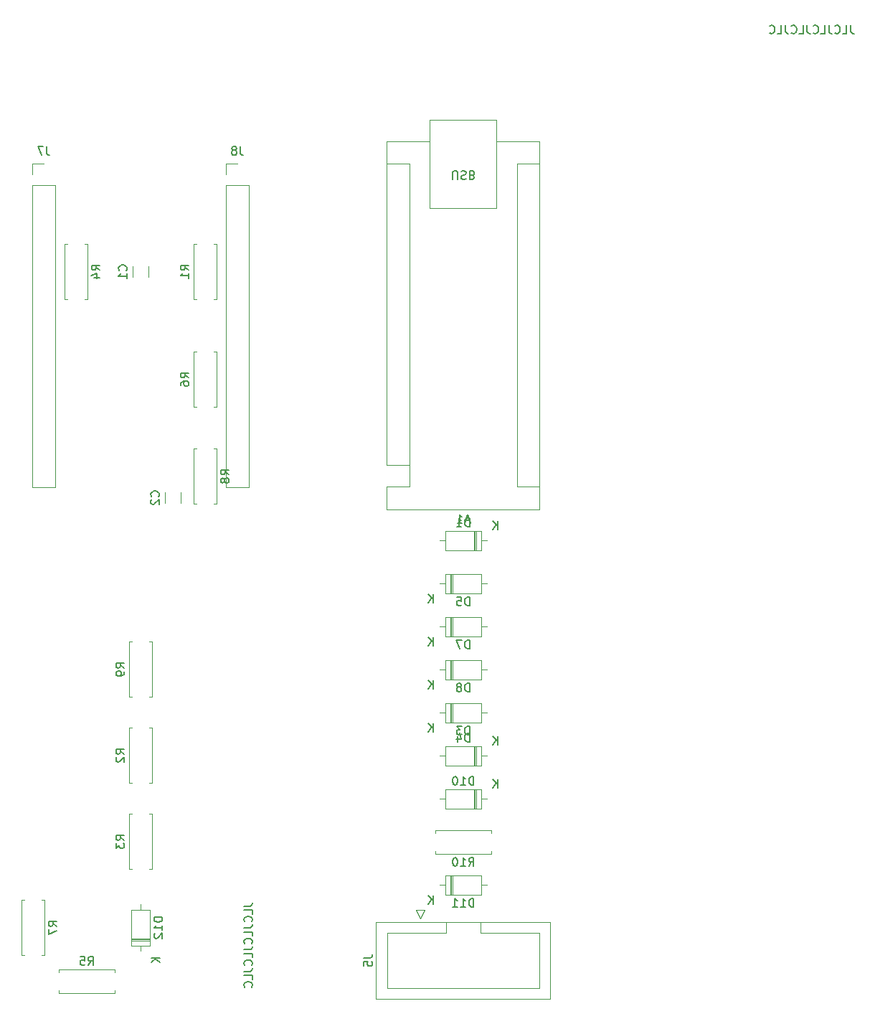
<source format=gbr>
%TF.GenerationSoftware,KiCad,Pcbnew,8.0.1-8.0.1-1~ubuntu22.04.1*%
%TF.CreationDate,2024-04-25T17:06:33+02:00*%
%TF.ProjectId,EuroClockMD,4575726f-436c-46f6-936b-4d442e6b6963,rev?*%
%TF.SameCoordinates,Original*%
%TF.FileFunction,Legend,Bot*%
%TF.FilePolarity,Positive*%
%FSLAX46Y46*%
G04 Gerber Fmt 4.6, Leading zero omitted, Abs format (unit mm)*
G04 Created by KiCad (PCBNEW 8.0.1-8.0.1-1~ubuntu22.04.1) date 2024-04-25 17:06:33*
%MOMM*%
%LPD*%
G01*
G04 APERTURE LIST*
%ADD10C,0.150000*%
%ADD11C,0.120000*%
G04 APERTURE END LIST*
D10*
X154444819Y-131999574D02*
X155159104Y-131999574D01*
X155159104Y-131999574D02*
X155301961Y-131951955D01*
X155301961Y-131951955D02*
X155397200Y-131856717D01*
X155397200Y-131856717D02*
X155444819Y-131713860D01*
X155444819Y-131713860D02*
X155444819Y-131618622D01*
X155444819Y-132951955D02*
X155444819Y-132475765D01*
X155444819Y-132475765D02*
X154444819Y-132475765D01*
X155349580Y-133856717D02*
X155397200Y-133809098D01*
X155397200Y-133809098D02*
X155444819Y-133666241D01*
X155444819Y-133666241D02*
X155444819Y-133571003D01*
X155444819Y-133571003D02*
X155397200Y-133428146D01*
X155397200Y-133428146D02*
X155301961Y-133332908D01*
X155301961Y-133332908D02*
X155206723Y-133285289D01*
X155206723Y-133285289D02*
X155016247Y-133237670D01*
X155016247Y-133237670D02*
X154873390Y-133237670D01*
X154873390Y-133237670D02*
X154682914Y-133285289D01*
X154682914Y-133285289D02*
X154587676Y-133332908D01*
X154587676Y-133332908D02*
X154492438Y-133428146D01*
X154492438Y-133428146D02*
X154444819Y-133571003D01*
X154444819Y-133571003D02*
X154444819Y-133666241D01*
X154444819Y-133666241D02*
X154492438Y-133809098D01*
X154492438Y-133809098D02*
X154540057Y-133856717D01*
X154444819Y-134571003D02*
X155159104Y-134571003D01*
X155159104Y-134571003D02*
X155301961Y-134523384D01*
X155301961Y-134523384D02*
X155397200Y-134428146D01*
X155397200Y-134428146D02*
X155444819Y-134285289D01*
X155444819Y-134285289D02*
X155444819Y-134190051D01*
X155444819Y-135523384D02*
X155444819Y-135047194D01*
X155444819Y-135047194D02*
X154444819Y-135047194D01*
X155349580Y-136428146D02*
X155397200Y-136380527D01*
X155397200Y-136380527D02*
X155444819Y-136237670D01*
X155444819Y-136237670D02*
X155444819Y-136142432D01*
X155444819Y-136142432D02*
X155397200Y-135999575D01*
X155397200Y-135999575D02*
X155301961Y-135904337D01*
X155301961Y-135904337D02*
X155206723Y-135856718D01*
X155206723Y-135856718D02*
X155016247Y-135809099D01*
X155016247Y-135809099D02*
X154873390Y-135809099D01*
X154873390Y-135809099D02*
X154682914Y-135856718D01*
X154682914Y-135856718D02*
X154587676Y-135904337D01*
X154587676Y-135904337D02*
X154492438Y-135999575D01*
X154492438Y-135999575D02*
X154444819Y-136142432D01*
X154444819Y-136142432D02*
X154444819Y-136237670D01*
X154444819Y-136237670D02*
X154492438Y-136380527D01*
X154492438Y-136380527D02*
X154540057Y-136428146D01*
X154444819Y-137142432D02*
X155159104Y-137142432D01*
X155159104Y-137142432D02*
X155301961Y-137094813D01*
X155301961Y-137094813D02*
X155397200Y-136999575D01*
X155397200Y-136999575D02*
X155444819Y-136856718D01*
X155444819Y-136856718D02*
X155444819Y-136761480D01*
X155444819Y-138094813D02*
X155444819Y-137618623D01*
X155444819Y-137618623D02*
X154444819Y-137618623D01*
X155349580Y-138999575D02*
X155397200Y-138951956D01*
X155397200Y-138951956D02*
X155444819Y-138809099D01*
X155444819Y-138809099D02*
X155444819Y-138713861D01*
X155444819Y-138713861D02*
X155397200Y-138571004D01*
X155397200Y-138571004D02*
X155301961Y-138475766D01*
X155301961Y-138475766D02*
X155206723Y-138428147D01*
X155206723Y-138428147D02*
X155016247Y-138380528D01*
X155016247Y-138380528D02*
X154873390Y-138380528D01*
X154873390Y-138380528D02*
X154682914Y-138428147D01*
X154682914Y-138428147D02*
X154587676Y-138475766D01*
X154587676Y-138475766D02*
X154492438Y-138571004D01*
X154492438Y-138571004D02*
X154444819Y-138713861D01*
X154444819Y-138713861D02*
X154444819Y-138809099D01*
X154444819Y-138809099D02*
X154492438Y-138951956D01*
X154492438Y-138951956D02*
X154540057Y-138999575D01*
X154444819Y-139713861D02*
X155159104Y-139713861D01*
X155159104Y-139713861D02*
X155301961Y-139666242D01*
X155301961Y-139666242D02*
X155397200Y-139571004D01*
X155397200Y-139571004D02*
X155444819Y-139428147D01*
X155444819Y-139428147D02*
X155444819Y-139332909D01*
X155444819Y-140666242D02*
X155444819Y-140190052D01*
X155444819Y-140190052D02*
X154444819Y-140190052D01*
X155349580Y-141571004D02*
X155397200Y-141523385D01*
X155397200Y-141523385D02*
X155444819Y-141380528D01*
X155444819Y-141380528D02*
X155444819Y-141285290D01*
X155444819Y-141285290D02*
X155397200Y-141142433D01*
X155397200Y-141142433D02*
X155301961Y-141047195D01*
X155301961Y-141047195D02*
X155206723Y-140999576D01*
X155206723Y-140999576D02*
X155016247Y-140951957D01*
X155016247Y-140951957D02*
X154873390Y-140951957D01*
X154873390Y-140951957D02*
X154682914Y-140999576D01*
X154682914Y-140999576D02*
X154587676Y-141047195D01*
X154587676Y-141047195D02*
X154492438Y-141142433D01*
X154492438Y-141142433D02*
X154444819Y-141285290D01*
X154444819Y-141285290D02*
X154444819Y-141380528D01*
X154444819Y-141380528D02*
X154492438Y-141523385D01*
X154492438Y-141523385D02*
X154540057Y-141571004D01*
X226072506Y-28079819D02*
X226072506Y-28794104D01*
X226072506Y-28794104D02*
X226120125Y-28936961D01*
X226120125Y-28936961D02*
X226215363Y-29032200D01*
X226215363Y-29032200D02*
X226358220Y-29079819D01*
X226358220Y-29079819D02*
X226453458Y-29079819D01*
X225120125Y-29079819D02*
X225596315Y-29079819D01*
X225596315Y-29079819D02*
X225596315Y-28079819D01*
X224215363Y-28984580D02*
X224262982Y-29032200D01*
X224262982Y-29032200D02*
X224405839Y-29079819D01*
X224405839Y-29079819D02*
X224501077Y-29079819D01*
X224501077Y-29079819D02*
X224643934Y-29032200D01*
X224643934Y-29032200D02*
X224739172Y-28936961D01*
X224739172Y-28936961D02*
X224786791Y-28841723D01*
X224786791Y-28841723D02*
X224834410Y-28651247D01*
X224834410Y-28651247D02*
X224834410Y-28508390D01*
X224834410Y-28508390D02*
X224786791Y-28317914D01*
X224786791Y-28317914D02*
X224739172Y-28222676D01*
X224739172Y-28222676D02*
X224643934Y-28127438D01*
X224643934Y-28127438D02*
X224501077Y-28079819D01*
X224501077Y-28079819D02*
X224405839Y-28079819D01*
X224405839Y-28079819D02*
X224262982Y-28127438D01*
X224262982Y-28127438D02*
X224215363Y-28175057D01*
X223501077Y-28079819D02*
X223501077Y-28794104D01*
X223501077Y-28794104D02*
X223548696Y-28936961D01*
X223548696Y-28936961D02*
X223643934Y-29032200D01*
X223643934Y-29032200D02*
X223786791Y-29079819D01*
X223786791Y-29079819D02*
X223882029Y-29079819D01*
X222548696Y-29079819D02*
X223024886Y-29079819D01*
X223024886Y-29079819D02*
X223024886Y-28079819D01*
X221643934Y-28984580D02*
X221691553Y-29032200D01*
X221691553Y-29032200D02*
X221834410Y-29079819D01*
X221834410Y-29079819D02*
X221929648Y-29079819D01*
X221929648Y-29079819D02*
X222072505Y-29032200D01*
X222072505Y-29032200D02*
X222167743Y-28936961D01*
X222167743Y-28936961D02*
X222215362Y-28841723D01*
X222215362Y-28841723D02*
X222262981Y-28651247D01*
X222262981Y-28651247D02*
X222262981Y-28508390D01*
X222262981Y-28508390D02*
X222215362Y-28317914D01*
X222215362Y-28317914D02*
X222167743Y-28222676D01*
X222167743Y-28222676D02*
X222072505Y-28127438D01*
X222072505Y-28127438D02*
X221929648Y-28079819D01*
X221929648Y-28079819D02*
X221834410Y-28079819D01*
X221834410Y-28079819D02*
X221691553Y-28127438D01*
X221691553Y-28127438D02*
X221643934Y-28175057D01*
X220929648Y-28079819D02*
X220929648Y-28794104D01*
X220929648Y-28794104D02*
X220977267Y-28936961D01*
X220977267Y-28936961D02*
X221072505Y-29032200D01*
X221072505Y-29032200D02*
X221215362Y-29079819D01*
X221215362Y-29079819D02*
X221310600Y-29079819D01*
X219977267Y-29079819D02*
X220453457Y-29079819D01*
X220453457Y-29079819D02*
X220453457Y-28079819D01*
X219072505Y-28984580D02*
X219120124Y-29032200D01*
X219120124Y-29032200D02*
X219262981Y-29079819D01*
X219262981Y-29079819D02*
X219358219Y-29079819D01*
X219358219Y-29079819D02*
X219501076Y-29032200D01*
X219501076Y-29032200D02*
X219596314Y-28936961D01*
X219596314Y-28936961D02*
X219643933Y-28841723D01*
X219643933Y-28841723D02*
X219691552Y-28651247D01*
X219691552Y-28651247D02*
X219691552Y-28508390D01*
X219691552Y-28508390D02*
X219643933Y-28317914D01*
X219643933Y-28317914D02*
X219596314Y-28222676D01*
X219596314Y-28222676D02*
X219501076Y-28127438D01*
X219501076Y-28127438D02*
X219358219Y-28079819D01*
X219358219Y-28079819D02*
X219262981Y-28079819D01*
X219262981Y-28079819D02*
X219120124Y-28127438D01*
X219120124Y-28127438D02*
X219072505Y-28175057D01*
X218358219Y-28079819D02*
X218358219Y-28794104D01*
X218358219Y-28794104D02*
X218405838Y-28936961D01*
X218405838Y-28936961D02*
X218501076Y-29032200D01*
X218501076Y-29032200D02*
X218643933Y-29079819D01*
X218643933Y-29079819D02*
X218739171Y-29079819D01*
X217405838Y-29079819D02*
X217882028Y-29079819D01*
X217882028Y-29079819D02*
X217882028Y-28079819D01*
X216501076Y-28984580D02*
X216548695Y-29032200D01*
X216548695Y-29032200D02*
X216691552Y-29079819D01*
X216691552Y-29079819D02*
X216786790Y-29079819D01*
X216786790Y-29079819D02*
X216929647Y-29032200D01*
X216929647Y-29032200D02*
X217024885Y-28936961D01*
X217024885Y-28936961D02*
X217072504Y-28841723D01*
X217072504Y-28841723D02*
X217120123Y-28651247D01*
X217120123Y-28651247D02*
X217120123Y-28508390D01*
X217120123Y-28508390D02*
X217072504Y-28317914D01*
X217072504Y-28317914D02*
X217024885Y-28222676D01*
X217024885Y-28222676D02*
X216929647Y-28127438D01*
X216929647Y-28127438D02*
X216786790Y-28079819D01*
X216786790Y-28079819D02*
X216691552Y-28079819D01*
X216691552Y-28079819D02*
X216548695Y-28127438D01*
X216548695Y-28127438D02*
X216501076Y-28175057D01*
X147944819Y-56983333D02*
X147468628Y-56650000D01*
X147944819Y-56411905D02*
X146944819Y-56411905D01*
X146944819Y-56411905D02*
X146944819Y-56792857D01*
X146944819Y-56792857D02*
X146992438Y-56888095D01*
X146992438Y-56888095D02*
X147040057Y-56935714D01*
X147040057Y-56935714D02*
X147135295Y-56983333D01*
X147135295Y-56983333D02*
X147278152Y-56983333D01*
X147278152Y-56983333D02*
X147373390Y-56935714D01*
X147373390Y-56935714D02*
X147421009Y-56888095D01*
X147421009Y-56888095D02*
X147468628Y-56792857D01*
X147468628Y-56792857D02*
X147468628Y-56411905D01*
X147944819Y-57935714D02*
X147944819Y-57364286D01*
X147944819Y-57650000D02*
X146944819Y-57650000D01*
X146944819Y-57650000D02*
X147087676Y-57554762D01*
X147087676Y-57554762D02*
X147182914Y-57459524D01*
X147182914Y-57459524D02*
X147230533Y-57364286D01*
X181078094Y-106714819D02*
X181078094Y-105714819D01*
X181078094Y-105714819D02*
X180839999Y-105714819D01*
X180839999Y-105714819D02*
X180697142Y-105762438D01*
X180697142Y-105762438D02*
X180601904Y-105857676D01*
X180601904Y-105857676D02*
X180554285Y-105952914D01*
X180554285Y-105952914D02*
X180506666Y-106143390D01*
X180506666Y-106143390D02*
X180506666Y-106286247D01*
X180506666Y-106286247D02*
X180554285Y-106476723D01*
X180554285Y-106476723D02*
X180601904Y-106571961D01*
X180601904Y-106571961D02*
X180697142Y-106667200D01*
X180697142Y-106667200D02*
X180839999Y-106714819D01*
X180839999Y-106714819D02*
X181078094Y-106714819D01*
X179935237Y-106143390D02*
X180030475Y-106095771D01*
X180030475Y-106095771D02*
X180078094Y-106048152D01*
X180078094Y-106048152D02*
X180125713Y-105952914D01*
X180125713Y-105952914D02*
X180125713Y-105905295D01*
X180125713Y-105905295D02*
X180078094Y-105810057D01*
X180078094Y-105810057D02*
X180030475Y-105762438D01*
X180030475Y-105762438D02*
X179935237Y-105714819D01*
X179935237Y-105714819D02*
X179744761Y-105714819D01*
X179744761Y-105714819D02*
X179649523Y-105762438D01*
X179649523Y-105762438D02*
X179601904Y-105810057D01*
X179601904Y-105810057D02*
X179554285Y-105905295D01*
X179554285Y-105905295D02*
X179554285Y-105952914D01*
X179554285Y-105952914D02*
X179601904Y-106048152D01*
X179601904Y-106048152D02*
X179649523Y-106095771D01*
X179649523Y-106095771D02*
X179744761Y-106143390D01*
X179744761Y-106143390D02*
X179935237Y-106143390D01*
X179935237Y-106143390D02*
X180030475Y-106191009D01*
X180030475Y-106191009D02*
X180078094Y-106238628D01*
X180078094Y-106238628D02*
X180125713Y-106333866D01*
X180125713Y-106333866D02*
X180125713Y-106524342D01*
X180125713Y-106524342D02*
X180078094Y-106619580D01*
X180078094Y-106619580D02*
X180030475Y-106667200D01*
X180030475Y-106667200D02*
X179935237Y-106714819D01*
X179935237Y-106714819D02*
X179744761Y-106714819D01*
X179744761Y-106714819D02*
X179649523Y-106667200D01*
X179649523Y-106667200D02*
X179601904Y-106619580D01*
X179601904Y-106619580D02*
X179554285Y-106524342D01*
X179554285Y-106524342D02*
X179554285Y-106333866D01*
X179554285Y-106333866D02*
X179601904Y-106238628D01*
X179601904Y-106238628D02*
X179649523Y-106191009D01*
X179649523Y-106191009D02*
X179744761Y-106143390D01*
X176791904Y-106394819D02*
X176791904Y-105394819D01*
X176220476Y-106394819D02*
X176649047Y-105823390D01*
X176220476Y-105394819D02*
X176791904Y-105966247D01*
X137444819Y-56983333D02*
X136968628Y-56650000D01*
X137444819Y-56411905D02*
X136444819Y-56411905D01*
X136444819Y-56411905D02*
X136444819Y-56792857D01*
X136444819Y-56792857D02*
X136492438Y-56888095D01*
X136492438Y-56888095D02*
X136540057Y-56935714D01*
X136540057Y-56935714D02*
X136635295Y-56983333D01*
X136635295Y-56983333D02*
X136778152Y-56983333D01*
X136778152Y-56983333D02*
X136873390Y-56935714D01*
X136873390Y-56935714D02*
X136921009Y-56888095D01*
X136921009Y-56888095D02*
X136968628Y-56792857D01*
X136968628Y-56792857D02*
X136968628Y-56411905D01*
X136778152Y-57840476D02*
X137444819Y-57840476D01*
X136397200Y-57602381D02*
X137111485Y-57364286D01*
X137111485Y-57364286D02*
X137111485Y-57983333D01*
X140324819Y-103905414D02*
X139848628Y-103572081D01*
X140324819Y-103333986D02*
X139324819Y-103333986D01*
X139324819Y-103333986D02*
X139324819Y-103714938D01*
X139324819Y-103714938D02*
X139372438Y-103810176D01*
X139372438Y-103810176D02*
X139420057Y-103857795D01*
X139420057Y-103857795D02*
X139515295Y-103905414D01*
X139515295Y-103905414D02*
X139658152Y-103905414D01*
X139658152Y-103905414D02*
X139753390Y-103857795D01*
X139753390Y-103857795D02*
X139801009Y-103810176D01*
X139801009Y-103810176D02*
X139848628Y-103714938D01*
X139848628Y-103714938D02*
X139848628Y-103333986D01*
X140324819Y-104381605D02*
X140324819Y-104572081D01*
X140324819Y-104572081D02*
X140277200Y-104667319D01*
X140277200Y-104667319D02*
X140229580Y-104714938D01*
X140229580Y-104714938D02*
X140086723Y-104810176D01*
X140086723Y-104810176D02*
X139896247Y-104857795D01*
X139896247Y-104857795D02*
X139515295Y-104857795D01*
X139515295Y-104857795D02*
X139420057Y-104810176D01*
X139420057Y-104810176D02*
X139372438Y-104762557D01*
X139372438Y-104762557D02*
X139324819Y-104667319D01*
X139324819Y-104667319D02*
X139324819Y-104476843D01*
X139324819Y-104476843D02*
X139372438Y-104381605D01*
X139372438Y-104381605D02*
X139420057Y-104333986D01*
X139420057Y-104333986D02*
X139515295Y-104286367D01*
X139515295Y-104286367D02*
X139753390Y-104286367D01*
X139753390Y-104286367D02*
X139848628Y-104333986D01*
X139848628Y-104333986D02*
X139896247Y-104381605D01*
X139896247Y-104381605D02*
X139943866Y-104476843D01*
X139943866Y-104476843D02*
X139943866Y-104667319D01*
X139943866Y-104667319D02*
X139896247Y-104762557D01*
X139896247Y-104762557D02*
X139848628Y-104810176D01*
X139848628Y-104810176D02*
X139753390Y-104857795D01*
X154003333Y-42404819D02*
X154003333Y-43119104D01*
X154003333Y-43119104D02*
X154050952Y-43261961D01*
X154050952Y-43261961D02*
X154146190Y-43357200D01*
X154146190Y-43357200D02*
X154289047Y-43404819D01*
X154289047Y-43404819D02*
X154384285Y-43404819D01*
X153384285Y-42833390D02*
X153479523Y-42785771D01*
X153479523Y-42785771D02*
X153527142Y-42738152D01*
X153527142Y-42738152D02*
X153574761Y-42642914D01*
X153574761Y-42642914D02*
X153574761Y-42595295D01*
X153574761Y-42595295D02*
X153527142Y-42500057D01*
X153527142Y-42500057D02*
X153479523Y-42452438D01*
X153479523Y-42452438D02*
X153384285Y-42404819D01*
X153384285Y-42404819D02*
X153193809Y-42404819D01*
X153193809Y-42404819D02*
X153098571Y-42452438D01*
X153098571Y-42452438D02*
X153050952Y-42500057D01*
X153050952Y-42500057D02*
X153003333Y-42595295D01*
X153003333Y-42595295D02*
X153003333Y-42642914D01*
X153003333Y-42642914D02*
X153050952Y-42738152D01*
X153050952Y-42738152D02*
X153098571Y-42785771D01*
X153098571Y-42785771D02*
X153193809Y-42833390D01*
X153193809Y-42833390D02*
X153384285Y-42833390D01*
X153384285Y-42833390D02*
X153479523Y-42881009D01*
X153479523Y-42881009D02*
X153527142Y-42928628D01*
X153527142Y-42928628D02*
X153574761Y-43023866D01*
X153574761Y-43023866D02*
X153574761Y-43214342D01*
X153574761Y-43214342D02*
X153527142Y-43309580D01*
X153527142Y-43309580D02*
X153479523Y-43357200D01*
X153479523Y-43357200D02*
X153384285Y-43404819D01*
X153384285Y-43404819D02*
X153193809Y-43404819D01*
X153193809Y-43404819D02*
X153098571Y-43357200D01*
X153098571Y-43357200D02*
X153050952Y-43309580D01*
X153050952Y-43309580D02*
X153003333Y-43214342D01*
X153003333Y-43214342D02*
X153003333Y-43023866D01*
X153003333Y-43023866D02*
X153050952Y-42928628D01*
X153050952Y-42928628D02*
X153098571Y-42881009D01*
X153098571Y-42881009D02*
X153193809Y-42833390D01*
X181078094Y-112634819D02*
X181078094Y-111634819D01*
X181078094Y-111634819D02*
X180839999Y-111634819D01*
X180839999Y-111634819D02*
X180697142Y-111682438D01*
X180697142Y-111682438D02*
X180601904Y-111777676D01*
X180601904Y-111777676D02*
X180554285Y-111872914D01*
X180554285Y-111872914D02*
X180506666Y-112063390D01*
X180506666Y-112063390D02*
X180506666Y-112206247D01*
X180506666Y-112206247D02*
X180554285Y-112396723D01*
X180554285Y-112396723D02*
X180601904Y-112491961D01*
X180601904Y-112491961D02*
X180697142Y-112587200D01*
X180697142Y-112587200D02*
X180839999Y-112634819D01*
X180839999Y-112634819D02*
X181078094Y-112634819D01*
X179649523Y-111968152D02*
X179649523Y-112634819D01*
X179887618Y-111587200D02*
X180125713Y-112301485D01*
X180125713Y-112301485D02*
X179506666Y-112301485D01*
X184411904Y-112954819D02*
X184411904Y-111954819D01*
X183840476Y-112954819D02*
X184269047Y-112383390D01*
X183840476Y-111954819D02*
X184411904Y-112526247D01*
X131143333Y-42404819D02*
X131143333Y-43119104D01*
X131143333Y-43119104D02*
X131190952Y-43261961D01*
X131190952Y-43261961D02*
X131286190Y-43357200D01*
X131286190Y-43357200D02*
X131429047Y-43404819D01*
X131429047Y-43404819D02*
X131524285Y-43404819D01*
X130762380Y-42404819D02*
X130095714Y-42404819D01*
X130095714Y-42404819D02*
X130524285Y-43404819D01*
X147944819Y-69683333D02*
X147468628Y-69350000D01*
X147944819Y-69111905D02*
X146944819Y-69111905D01*
X146944819Y-69111905D02*
X146944819Y-69492857D01*
X146944819Y-69492857D02*
X146992438Y-69588095D01*
X146992438Y-69588095D02*
X147040057Y-69635714D01*
X147040057Y-69635714D02*
X147135295Y-69683333D01*
X147135295Y-69683333D02*
X147278152Y-69683333D01*
X147278152Y-69683333D02*
X147373390Y-69635714D01*
X147373390Y-69635714D02*
X147421009Y-69588095D01*
X147421009Y-69588095D02*
X147468628Y-69492857D01*
X147468628Y-69492857D02*
X147468628Y-69111905D01*
X146944819Y-70540476D02*
X146944819Y-70350000D01*
X146944819Y-70350000D02*
X146992438Y-70254762D01*
X146992438Y-70254762D02*
X147040057Y-70207143D01*
X147040057Y-70207143D02*
X147182914Y-70111905D01*
X147182914Y-70111905D02*
X147373390Y-70064286D01*
X147373390Y-70064286D02*
X147754342Y-70064286D01*
X147754342Y-70064286D02*
X147849580Y-70111905D01*
X147849580Y-70111905D02*
X147897200Y-70159524D01*
X147897200Y-70159524D02*
X147944819Y-70254762D01*
X147944819Y-70254762D02*
X147944819Y-70445238D01*
X147944819Y-70445238D02*
X147897200Y-70540476D01*
X147897200Y-70540476D02*
X147849580Y-70588095D01*
X147849580Y-70588095D02*
X147754342Y-70635714D01*
X147754342Y-70635714D02*
X147516247Y-70635714D01*
X147516247Y-70635714D02*
X147421009Y-70588095D01*
X147421009Y-70588095D02*
X147373390Y-70540476D01*
X147373390Y-70540476D02*
X147325771Y-70445238D01*
X147325771Y-70445238D02*
X147325771Y-70254762D01*
X147325771Y-70254762D02*
X147373390Y-70159524D01*
X147373390Y-70159524D02*
X147421009Y-70111905D01*
X147421009Y-70111905D02*
X147516247Y-70064286D01*
X181554285Y-117714819D02*
X181554285Y-116714819D01*
X181554285Y-116714819D02*
X181316190Y-116714819D01*
X181316190Y-116714819D02*
X181173333Y-116762438D01*
X181173333Y-116762438D02*
X181078095Y-116857676D01*
X181078095Y-116857676D02*
X181030476Y-116952914D01*
X181030476Y-116952914D02*
X180982857Y-117143390D01*
X180982857Y-117143390D02*
X180982857Y-117286247D01*
X180982857Y-117286247D02*
X181030476Y-117476723D01*
X181030476Y-117476723D02*
X181078095Y-117571961D01*
X181078095Y-117571961D02*
X181173333Y-117667200D01*
X181173333Y-117667200D02*
X181316190Y-117714819D01*
X181316190Y-117714819D02*
X181554285Y-117714819D01*
X180030476Y-117714819D02*
X180601904Y-117714819D01*
X180316190Y-117714819D02*
X180316190Y-116714819D01*
X180316190Y-116714819D02*
X180411428Y-116857676D01*
X180411428Y-116857676D02*
X180506666Y-116952914D01*
X180506666Y-116952914D02*
X180601904Y-117000533D01*
X179411428Y-116714819D02*
X179316190Y-116714819D01*
X179316190Y-116714819D02*
X179220952Y-116762438D01*
X179220952Y-116762438D02*
X179173333Y-116810057D01*
X179173333Y-116810057D02*
X179125714Y-116905295D01*
X179125714Y-116905295D02*
X179078095Y-117095771D01*
X179078095Y-117095771D02*
X179078095Y-117333866D01*
X179078095Y-117333866D02*
X179125714Y-117524342D01*
X179125714Y-117524342D02*
X179173333Y-117619580D01*
X179173333Y-117619580D02*
X179220952Y-117667200D01*
X179220952Y-117667200D02*
X179316190Y-117714819D01*
X179316190Y-117714819D02*
X179411428Y-117714819D01*
X179411428Y-117714819D02*
X179506666Y-117667200D01*
X179506666Y-117667200D02*
X179554285Y-117619580D01*
X179554285Y-117619580D02*
X179601904Y-117524342D01*
X179601904Y-117524342D02*
X179649523Y-117333866D01*
X179649523Y-117333866D02*
X179649523Y-117095771D01*
X179649523Y-117095771D02*
X179601904Y-116905295D01*
X179601904Y-116905295D02*
X179554285Y-116810057D01*
X179554285Y-116810057D02*
X179506666Y-116762438D01*
X179506666Y-116762438D02*
X179411428Y-116714819D01*
X184411904Y-118034819D02*
X184411904Y-117034819D01*
X183840476Y-118034819D02*
X184269047Y-117463390D01*
X183840476Y-117034819D02*
X184411904Y-117606247D01*
X140324819Y-124225414D02*
X139848628Y-123892081D01*
X140324819Y-123653986D02*
X139324819Y-123653986D01*
X139324819Y-123653986D02*
X139324819Y-124034938D01*
X139324819Y-124034938D02*
X139372438Y-124130176D01*
X139372438Y-124130176D02*
X139420057Y-124177795D01*
X139420057Y-124177795D02*
X139515295Y-124225414D01*
X139515295Y-124225414D02*
X139658152Y-124225414D01*
X139658152Y-124225414D02*
X139753390Y-124177795D01*
X139753390Y-124177795D02*
X139801009Y-124130176D01*
X139801009Y-124130176D02*
X139848628Y-124034938D01*
X139848628Y-124034938D02*
X139848628Y-123653986D01*
X139324819Y-124558748D02*
X139324819Y-125177795D01*
X139324819Y-125177795D02*
X139705771Y-124844462D01*
X139705771Y-124844462D02*
X139705771Y-124987319D01*
X139705771Y-124987319D02*
X139753390Y-125082557D01*
X139753390Y-125082557D02*
X139801009Y-125130176D01*
X139801009Y-125130176D02*
X139896247Y-125177795D01*
X139896247Y-125177795D02*
X140134342Y-125177795D01*
X140134342Y-125177795D02*
X140229580Y-125130176D01*
X140229580Y-125130176D02*
X140277200Y-125082557D01*
X140277200Y-125082557D02*
X140324819Y-124987319D01*
X140324819Y-124987319D02*
X140324819Y-124701605D01*
X140324819Y-124701605D02*
X140277200Y-124606367D01*
X140277200Y-124606367D02*
X140229580Y-124558748D01*
X152684819Y-81113333D02*
X152208628Y-80780000D01*
X152684819Y-80541905D02*
X151684819Y-80541905D01*
X151684819Y-80541905D02*
X151684819Y-80922857D01*
X151684819Y-80922857D02*
X151732438Y-81018095D01*
X151732438Y-81018095D02*
X151780057Y-81065714D01*
X151780057Y-81065714D02*
X151875295Y-81113333D01*
X151875295Y-81113333D02*
X152018152Y-81113333D01*
X152018152Y-81113333D02*
X152113390Y-81065714D01*
X152113390Y-81065714D02*
X152161009Y-81018095D01*
X152161009Y-81018095D02*
X152208628Y-80922857D01*
X152208628Y-80922857D02*
X152208628Y-80541905D01*
X152113390Y-81684762D02*
X152065771Y-81589524D01*
X152065771Y-81589524D02*
X152018152Y-81541905D01*
X152018152Y-81541905D02*
X151922914Y-81494286D01*
X151922914Y-81494286D02*
X151875295Y-81494286D01*
X151875295Y-81494286D02*
X151780057Y-81541905D01*
X151780057Y-81541905D02*
X151732438Y-81589524D01*
X151732438Y-81589524D02*
X151684819Y-81684762D01*
X151684819Y-81684762D02*
X151684819Y-81875238D01*
X151684819Y-81875238D02*
X151732438Y-81970476D01*
X151732438Y-81970476D02*
X151780057Y-82018095D01*
X151780057Y-82018095D02*
X151875295Y-82065714D01*
X151875295Y-82065714D02*
X151922914Y-82065714D01*
X151922914Y-82065714D02*
X152018152Y-82018095D01*
X152018152Y-82018095D02*
X152065771Y-81970476D01*
X152065771Y-81970476D02*
X152113390Y-81875238D01*
X152113390Y-81875238D02*
X152113390Y-81684762D01*
X152113390Y-81684762D02*
X152161009Y-81589524D01*
X152161009Y-81589524D02*
X152208628Y-81541905D01*
X152208628Y-81541905D02*
X152303866Y-81494286D01*
X152303866Y-81494286D02*
X152494342Y-81494286D01*
X152494342Y-81494286D02*
X152589580Y-81541905D01*
X152589580Y-81541905D02*
X152637200Y-81589524D01*
X152637200Y-81589524D02*
X152684819Y-81684762D01*
X152684819Y-81684762D02*
X152684819Y-81875238D01*
X152684819Y-81875238D02*
X152637200Y-81970476D01*
X152637200Y-81970476D02*
X152589580Y-82018095D01*
X152589580Y-82018095D02*
X152494342Y-82065714D01*
X152494342Y-82065714D02*
X152303866Y-82065714D01*
X152303866Y-82065714D02*
X152208628Y-82018095D01*
X152208628Y-82018095D02*
X152161009Y-81970476D01*
X152161009Y-81970476D02*
X152113390Y-81875238D01*
X181078094Y-101634819D02*
X181078094Y-100634819D01*
X181078094Y-100634819D02*
X180839999Y-100634819D01*
X180839999Y-100634819D02*
X180697142Y-100682438D01*
X180697142Y-100682438D02*
X180601904Y-100777676D01*
X180601904Y-100777676D02*
X180554285Y-100872914D01*
X180554285Y-100872914D02*
X180506666Y-101063390D01*
X180506666Y-101063390D02*
X180506666Y-101206247D01*
X180506666Y-101206247D02*
X180554285Y-101396723D01*
X180554285Y-101396723D02*
X180601904Y-101491961D01*
X180601904Y-101491961D02*
X180697142Y-101587200D01*
X180697142Y-101587200D02*
X180839999Y-101634819D01*
X180839999Y-101634819D02*
X181078094Y-101634819D01*
X180173332Y-100634819D02*
X179506666Y-100634819D01*
X179506666Y-100634819D02*
X179935237Y-101634819D01*
X176791904Y-101314819D02*
X176791904Y-100314819D01*
X176220476Y-101314819D02*
X176649047Y-100743390D01*
X176220476Y-100314819D02*
X176791904Y-100886247D01*
X144359580Y-83673333D02*
X144407200Y-83625714D01*
X144407200Y-83625714D02*
X144454819Y-83482857D01*
X144454819Y-83482857D02*
X144454819Y-83387619D01*
X144454819Y-83387619D02*
X144407200Y-83244762D01*
X144407200Y-83244762D02*
X144311961Y-83149524D01*
X144311961Y-83149524D02*
X144216723Y-83101905D01*
X144216723Y-83101905D02*
X144026247Y-83054286D01*
X144026247Y-83054286D02*
X143883390Y-83054286D01*
X143883390Y-83054286D02*
X143692914Y-83101905D01*
X143692914Y-83101905D02*
X143597676Y-83149524D01*
X143597676Y-83149524D02*
X143502438Y-83244762D01*
X143502438Y-83244762D02*
X143454819Y-83387619D01*
X143454819Y-83387619D02*
X143454819Y-83482857D01*
X143454819Y-83482857D02*
X143502438Y-83625714D01*
X143502438Y-83625714D02*
X143550057Y-83673333D01*
X143550057Y-84054286D02*
X143502438Y-84101905D01*
X143502438Y-84101905D02*
X143454819Y-84197143D01*
X143454819Y-84197143D02*
X143454819Y-84435238D01*
X143454819Y-84435238D02*
X143502438Y-84530476D01*
X143502438Y-84530476D02*
X143550057Y-84578095D01*
X143550057Y-84578095D02*
X143645295Y-84625714D01*
X143645295Y-84625714D02*
X143740533Y-84625714D01*
X143740533Y-84625714D02*
X143883390Y-84578095D01*
X143883390Y-84578095D02*
X144454819Y-84006667D01*
X144454819Y-84006667D02*
X144454819Y-84625714D01*
X140324819Y-114065414D02*
X139848628Y-113732081D01*
X140324819Y-113493986D02*
X139324819Y-113493986D01*
X139324819Y-113493986D02*
X139324819Y-113874938D01*
X139324819Y-113874938D02*
X139372438Y-113970176D01*
X139372438Y-113970176D02*
X139420057Y-114017795D01*
X139420057Y-114017795D02*
X139515295Y-114065414D01*
X139515295Y-114065414D02*
X139658152Y-114065414D01*
X139658152Y-114065414D02*
X139753390Y-114017795D01*
X139753390Y-114017795D02*
X139801009Y-113970176D01*
X139801009Y-113970176D02*
X139848628Y-113874938D01*
X139848628Y-113874938D02*
X139848628Y-113493986D01*
X139420057Y-114446367D02*
X139372438Y-114493986D01*
X139372438Y-114493986D02*
X139324819Y-114589224D01*
X139324819Y-114589224D02*
X139324819Y-114827319D01*
X139324819Y-114827319D02*
X139372438Y-114922557D01*
X139372438Y-114922557D02*
X139420057Y-114970176D01*
X139420057Y-114970176D02*
X139515295Y-115017795D01*
X139515295Y-115017795D02*
X139610533Y-115017795D01*
X139610533Y-115017795D02*
X139753390Y-114970176D01*
X139753390Y-114970176D02*
X140324819Y-114398748D01*
X140324819Y-114398748D02*
X140324819Y-115017795D01*
X140549580Y-57003333D02*
X140597200Y-56955714D01*
X140597200Y-56955714D02*
X140644819Y-56812857D01*
X140644819Y-56812857D02*
X140644819Y-56717619D01*
X140644819Y-56717619D02*
X140597200Y-56574762D01*
X140597200Y-56574762D02*
X140501961Y-56479524D01*
X140501961Y-56479524D02*
X140406723Y-56431905D01*
X140406723Y-56431905D02*
X140216247Y-56384286D01*
X140216247Y-56384286D02*
X140073390Y-56384286D01*
X140073390Y-56384286D02*
X139882914Y-56431905D01*
X139882914Y-56431905D02*
X139787676Y-56479524D01*
X139787676Y-56479524D02*
X139692438Y-56574762D01*
X139692438Y-56574762D02*
X139644819Y-56717619D01*
X139644819Y-56717619D02*
X139644819Y-56812857D01*
X139644819Y-56812857D02*
X139692438Y-56955714D01*
X139692438Y-56955714D02*
X139740057Y-57003333D01*
X140644819Y-57955714D02*
X140644819Y-57384286D01*
X140644819Y-57670000D02*
X139644819Y-57670000D01*
X139644819Y-57670000D02*
X139787676Y-57574762D01*
X139787676Y-57574762D02*
X139882914Y-57479524D01*
X139882914Y-57479524D02*
X139930533Y-57384286D01*
X144814819Y-133337795D02*
X143814819Y-133337795D01*
X143814819Y-133337795D02*
X143814819Y-133575890D01*
X143814819Y-133575890D02*
X143862438Y-133718747D01*
X143862438Y-133718747D02*
X143957676Y-133813985D01*
X143957676Y-133813985D02*
X144052914Y-133861604D01*
X144052914Y-133861604D02*
X144243390Y-133909223D01*
X144243390Y-133909223D02*
X144386247Y-133909223D01*
X144386247Y-133909223D02*
X144576723Y-133861604D01*
X144576723Y-133861604D02*
X144671961Y-133813985D01*
X144671961Y-133813985D02*
X144767200Y-133718747D01*
X144767200Y-133718747D02*
X144814819Y-133575890D01*
X144814819Y-133575890D02*
X144814819Y-133337795D01*
X144814819Y-134861604D02*
X144814819Y-134290176D01*
X144814819Y-134575890D02*
X143814819Y-134575890D01*
X143814819Y-134575890D02*
X143957676Y-134480652D01*
X143957676Y-134480652D02*
X144052914Y-134385414D01*
X144052914Y-134385414D02*
X144100533Y-134290176D01*
X143910057Y-135242557D02*
X143862438Y-135290176D01*
X143862438Y-135290176D02*
X143814819Y-135385414D01*
X143814819Y-135385414D02*
X143814819Y-135623509D01*
X143814819Y-135623509D02*
X143862438Y-135718747D01*
X143862438Y-135718747D02*
X143910057Y-135766366D01*
X143910057Y-135766366D02*
X144005295Y-135813985D01*
X144005295Y-135813985D02*
X144100533Y-135813985D01*
X144100533Y-135813985D02*
X144243390Y-135766366D01*
X144243390Y-135766366D02*
X144814819Y-135194938D01*
X144814819Y-135194938D02*
X144814819Y-135813985D01*
X144494819Y-138100176D02*
X143494819Y-138100176D01*
X144494819Y-138671604D02*
X143923390Y-138243033D01*
X143494819Y-138671604D02*
X144066247Y-138100176D01*
X181078094Y-96554819D02*
X181078094Y-95554819D01*
X181078094Y-95554819D02*
X180839999Y-95554819D01*
X180839999Y-95554819D02*
X180697142Y-95602438D01*
X180697142Y-95602438D02*
X180601904Y-95697676D01*
X180601904Y-95697676D02*
X180554285Y-95792914D01*
X180554285Y-95792914D02*
X180506666Y-95983390D01*
X180506666Y-95983390D02*
X180506666Y-96126247D01*
X180506666Y-96126247D02*
X180554285Y-96316723D01*
X180554285Y-96316723D02*
X180601904Y-96411961D01*
X180601904Y-96411961D02*
X180697142Y-96507200D01*
X180697142Y-96507200D02*
X180839999Y-96554819D01*
X180839999Y-96554819D02*
X181078094Y-96554819D01*
X179601904Y-95554819D02*
X180078094Y-95554819D01*
X180078094Y-95554819D02*
X180125713Y-96031009D01*
X180125713Y-96031009D02*
X180078094Y-95983390D01*
X180078094Y-95983390D02*
X179982856Y-95935771D01*
X179982856Y-95935771D02*
X179744761Y-95935771D01*
X179744761Y-95935771D02*
X179649523Y-95983390D01*
X179649523Y-95983390D02*
X179601904Y-96031009D01*
X179601904Y-96031009D02*
X179554285Y-96126247D01*
X179554285Y-96126247D02*
X179554285Y-96364342D01*
X179554285Y-96364342D02*
X179601904Y-96459580D01*
X179601904Y-96459580D02*
X179649523Y-96507200D01*
X179649523Y-96507200D02*
X179744761Y-96554819D01*
X179744761Y-96554819D02*
X179982856Y-96554819D01*
X179982856Y-96554819D02*
X180078094Y-96507200D01*
X180078094Y-96507200D02*
X180125713Y-96459580D01*
X176791904Y-96234819D02*
X176791904Y-95234819D01*
X176220476Y-96234819D02*
X176649047Y-95663390D01*
X176220476Y-95234819D02*
X176791904Y-95806247D01*
X136056666Y-138986900D02*
X136389999Y-138510709D01*
X136628094Y-138986900D02*
X136628094Y-137986900D01*
X136628094Y-137986900D02*
X136247142Y-137986900D01*
X136247142Y-137986900D02*
X136151904Y-138034519D01*
X136151904Y-138034519D02*
X136104285Y-138082138D01*
X136104285Y-138082138D02*
X136056666Y-138177376D01*
X136056666Y-138177376D02*
X136056666Y-138320233D01*
X136056666Y-138320233D02*
X136104285Y-138415471D01*
X136104285Y-138415471D02*
X136151904Y-138463090D01*
X136151904Y-138463090D02*
X136247142Y-138510709D01*
X136247142Y-138510709D02*
X136628094Y-138510709D01*
X135151904Y-137986900D02*
X135628094Y-137986900D01*
X135628094Y-137986900D02*
X135675713Y-138463090D01*
X135675713Y-138463090D02*
X135628094Y-138415471D01*
X135628094Y-138415471D02*
X135532856Y-138367852D01*
X135532856Y-138367852D02*
X135294761Y-138367852D01*
X135294761Y-138367852D02*
X135199523Y-138415471D01*
X135199523Y-138415471D02*
X135151904Y-138463090D01*
X135151904Y-138463090D02*
X135104285Y-138558328D01*
X135104285Y-138558328D02*
X135104285Y-138796423D01*
X135104285Y-138796423D02*
X135151904Y-138891661D01*
X135151904Y-138891661D02*
X135199523Y-138939281D01*
X135199523Y-138939281D02*
X135294761Y-138986900D01*
X135294761Y-138986900D02*
X135532856Y-138986900D01*
X135532856Y-138986900D02*
X135628094Y-138939281D01*
X135628094Y-138939281D02*
X135675713Y-138891661D01*
X180982857Y-127284819D02*
X181316190Y-126808628D01*
X181554285Y-127284819D02*
X181554285Y-126284819D01*
X181554285Y-126284819D02*
X181173333Y-126284819D01*
X181173333Y-126284819D02*
X181078095Y-126332438D01*
X181078095Y-126332438D02*
X181030476Y-126380057D01*
X181030476Y-126380057D02*
X180982857Y-126475295D01*
X180982857Y-126475295D02*
X180982857Y-126618152D01*
X180982857Y-126618152D02*
X181030476Y-126713390D01*
X181030476Y-126713390D02*
X181078095Y-126761009D01*
X181078095Y-126761009D02*
X181173333Y-126808628D01*
X181173333Y-126808628D02*
X181554285Y-126808628D01*
X180030476Y-127284819D02*
X180601904Y-127284819D01*
X180316190Y-127284819D02*
X180316190Y-126284819D01*
X180316190Y-126284819D02*
X180411428Y-126427676D01*
X180411428Y-126427676D02*
X180506666Y-126522914D01*
X180506666Y-126522914D02*
X180601904Y-126570533D01*
X179411428Y-126284819D02*
X179316190Y-126284819D01*
X179316190Y-126284819D02*
X179220952Y-126332438D01*
X179220952Y-126332438D02*
X179173333Y-126380057D01*
X179173333Y-126380057D02*
X179125714Y-126475295D01*
X179125714Y-126475295D02*
X179078095Y-126665771D01*
X179078095Y-126665771D02*
X179078095Y-126903866D01*
X179078095Y-126903866D02*
X179125714Y-127094342D01*
X179125714Y-127094342D02*
X179173333Y-127189580D01*
X179173333Y-127189580D02*
X179220952Y-127237200D01*
X179220952Y-127237200D02*
X179316190Y-127284819D01*
X179316190Y-127284819D02*
X179411428Y-127284819D01*
X179411428Y-127284819D02*
X179506666Y-127237200D01*
X179506666Y-127237200D02*
X179554285Y-127189580D01*
X179554285Y-127189580D02*
X179601904Y-127094342D01*
X179601904Y-127094342D02*
X179649523Y-126903866D01*
X179649523Y-126903866D02*
X179649523Y-126665771D01*
X179649523Y-126665771D02*
X179601904Y-126475295D01*
X179601904Y-126475295D02*
X179554285Y-126380057D01*
X179554285Y-126380057D02*
X179506666Y-126332438D01*
X179506666Y-126332438D02*
X179411428Y-126284819D01*
X168614819Y-138096666D02*
X169329104Y-138096666D01*
X169329104Y-138096666D02*
X169471961Y-138049047D01*
X169471961Y-138049047D02*
X169567200Y-137953809D01*
X169567200Y-137953809D02*
X169614819Y-137810952D01*
X169614819Y-137810952D02*
X169614819Y-137715714D01*
X168614819Y-139049047D02*
X168614819Y-138572857D01*
X168614819Y-138572857D02*
X169091009Y-138525238D01*
X169091009Y-138525238D02*
X169043390Y-138572857D01*
X169043390Y-138572857D02*
X168995771Y-138668095D01*
X168995771Y-138668095D02*
X168995771Y-138906190D01*
X168995771Y-138906190D02*
X169043390Y-139001428D01*
X169043390Y-139001428D02*
X169091009Y-139049047D01*
X169091009Y-139049047D02*
X169186247Y-139096666D01*
X169186247Y-139096666D02*
X169424342Y-139096666D01*
X169424342Y-139096666D02*
X169519580Y-139049047D01*
X169519580Y-139049047D02*
X169567200Y-139001428D01*
X169567200Y-139001428D02*
X169614819Y-138906190D01*
X169614819Y-138906190D02*
X169614819Y-138668095D01*
X169614819Y-138668095D02*
X169567200Y-138572857D01*
X169567200Y-138572857D02*
X169519580Y-138525238D01*
X181054285Y-86529104D02*
X180578095Y-86529104D01*
X181149523Y-86814819D02*
X180816190Y-85814819D01*
X180816190Y-85814819D02*
X180482857Y-86814819D01*
X179625714Y-86814819D02*
X180197142Y-86814819D01*
X179911428Y-86814819D02*
X179911428Y-85814819D01*
X179911428Y-85814819D02*
X180006666Y-85957676D01*
X180006666Y-85957676D02*
X180101904Y-86052914D01*
X180101904Y-86052914D02*
X180197142Y-86100533D01*
X179078095Y-46265180D02*
X179078095Y-45455657D01*
X179078095Y-45455657D02*
X179125714Y-45360419D01*
X179125714Y-45360419D02*
X179173333Y-45312800D01*
X179173333Y-45312800D02*
X179268571Y-45265180D01*
X179268571Y-45265180D02*
X179459047Y-45265180D01*
X179459047Y-45265180D02*
X179554285Y-45312800D01*
X179554285Y-45312800D02*
X179601904Y-45360419D01*
X179601904Y-45360419D02*
X179649523Y-45455657D01*
X179649523Y-45455657D02*
X179649523Y-46265180D01*
X180078095Y-45312800D02*
X180220952Y-45265180D01*
X180220952Y-45265180D02*
X180459047Y-45265180D01*
X180459047Y-45265180D02*
X180554285Y-45312800D01*
X180554285Y-45312800D02*
X180601904Y-45360419D01*
X180601904Y-45360419D02*
X180649523Y-45455657D01*
X180649523Y-45455657D02*
X180649523Y-45550895D01*
X180649523Y-45550895D02*
X180601904Y-45646133D01*
X180601904Y-45646133D02*
X180554285Y-45693752D01*
X180554285Y-45693752D02*
X180459047Y-45741371D01*
X180459047Y-45741371D02*
X180268571Y-45788990D01*
X180268571Y-45788990D02*
X180173333Y-45836609D01*
X180173333Y-45836609D02*
X180125714Y-45884228D01*
X180125714Y-45884228D02*
X180078095Y-45979466D01*
X180078095Y-45979466D02*
X180078095Y-46074704D01*
X180078095Y-46074704D02*
X180125714Y-46169942D01*
X180125714Y-46169942D02*
X180173333Y-46217561D01*
X180173333Y-46217561D02*
X180268571Y-46265180D01*
X180268571Y-46265180D02*
X180506666Y-46265180D01*
X180506666Y-46265180D02*
X180649523Y-46217561D01*
X181411428Y-45788990D02*
X181554285Y-45741371D01*
X181554285Y-45741371D02*
X181601904Y-45693752D01*
X181601904Y-45693752D02*
X181649523Y-45598514D01*
X181649523Y-45598514D02*
X181649523Y-45455657D01*
X181649523Y-45455657D02*
X181601904Y-45360419D01*
X181601904Y-45360419D02*
X181554285Y-45312800D01*
X181554285Y-45312800D02*
X181459047Y-45265180D01*
X181459047Y-45265180D02*
X181078095Y-45265180D01*
X181078095Y-45265180D02*
X181078095Y-46265180D01*
X181078095Y-46265180D02*
X181411428Y-46265180D01*
X181411428Y-46265180D02*
X181506666Y-46217561D01*
X181506666Y-46217561D02*
X181554285Y-46169942D01*
X181554285Y-46169942D02*
X181601904Y-46074704D01*
X181601904Y-46074704D02*
X181601904Y-45979466D01*
X181601904Y-45979466D02*
X181554285Y-45884228D01*
X181554285Y-45884228D02*
X181506666Y-45836609D01*
X181506666Y-45836609D02*
X181411428Y-45788990D01*
X181411428Y-45788990D02*
X181078095Y-45788990D01*
X181078094Y-111794819D02*
X181078094Y-110794819D01*
X181078094Y-110794819D02*
X180839999Y-110794819D01*
X180839999Y-110794819D02*
X180697142Y-110842438D01*
X180697142Y-110842438D02*
X180601904Y-110937676D01*
X180601904Y-110937676D02*
X180554285Y-111032914D01*
X180554285Y-111032914D02*
X180506666Y-111223390D01*
X180506666Y-111223390D02*
X180506666Y-111366247D01*
X180506666Y-111366247D02*
X180554285Y-111556723D01*
X180554285Y-111556723D02*
X180601904Y-111651961D01*
X180601904Y-111651961D02*
X180697142Y-111747200D01*
X180697142Y-111747200D02*
X180839999Y-111794819D01*
X180839999Y-111794819D02*
X181078094Y-111794819D01*
X180173332Y-110794819D02*
X179554285Y-110794819D01*
X179554285Y-110794819D02*
X179887618Y-111175771D01*
X179887618Y-111175771D02*
X179744761Y-111175771D01*
X179744761Y-111175771D02*
X179649523Y-111223390D01*
X179649523Y-111223390D02*
X179601904Y-111271009D01*
X179601904Y-111271009D02*
X179554285Y-111366247D01*
X179554285Y-111366247D02*
X179554285Y-111604342D01*
X179554285Y-111604342D02*
X179601904Y-111699580D01*
X179601904Y-111699580D02*
X179649523Y-111747200D01*
X179649523Y-111747200D02*
X179744761Y-111794819D01*
X179744761Y-111794819D02*
X180030475Y-111794819D01*
X180030475Y-111794819D02*
X180125713Y-111747200D01*
X180125713Y-111747200D02*
X180173332Y-111699580D01*
X176791904Y-111474819D02*
X176791904Y-110474819D01*
X176220476Y-111474819D02*
X176649047Y-110903390D01*
X176220476Y-110474819D02*
X176791904Y-111046247D01*
X181078094Y-87234819D02*
X181078094Y-86234819D01*
X181078094Y-86234819D02*
X180839999Y-86234819D01*
X180839999Y-86234819D02*
X180697142Y-86282438D01*
X180697142Y-86282438D02*
X180601904Y-86377676D01*
X180601904Y-86377676D02*
X180554285Y-86472914D01*
X180554285Y-86472914D02*
X180506666Y-86663390D01*
X180506666Y-86663390D02*
X180506666Y-86806247D01*
X180506666Y-86806247D02*
X180554285Y-86996723D01*
X180554285Y-86996723D02*
X180601904Y-87091961D01*
X180601904Y-87091961D02*
X180697142Y-87187200D01*
X180697142Y-87187200D02*
X180839999Y-87234819D01*
X180839999Y-87234819D02*
X181078094Y-87234819D01*
X179554285Y-87234819D02*
X180125713Y-87234819D01*
X179839999Y-87234819D02*
X179839999Y-86234819D01*
X179839999Y-86234819D02*
X179935237Y-86377676D01*
X179935237Y-86377676D02*
X180030475Y-86472914D01*
X180030475Y-86472914D02*
X180125713Y-86520533D01*
X184411904Y-87554819D02*
X184411904Y-86554819D01*
X183840476Y-87554819D02*
X184269047Y-86983390D01*
X183840476Y-86554819D02*
X184411904Y-87126247D01*
X181554285Y-132114819D02*
X181554285Y-131114819D01*
X181554285Y-131114819D02*
X181316190Y-131114819D01*
X181316190Y-131114819D02*
X181173333Y-131162438D01*
X181173333Y-131162438D02*
X181078095Y-131257676D01*
X181078095Y-131257676D02*
X181030476Y-131352914D01*
X181030476Y-131352914D02*
X180982857Y-131543390D01*
X180982857Y-131543390D02*
X180982857Y-131686247D01*
X180982857Y-131686247D02*
X181030476Y-131876723D01*
X181030476Y-131876723D02*
X181078095Y-131971961D01*
X181078095Y-131971961D02*
X181173333Y-132067200D01*
X181173333Y-132067200D02*
X181316190Y-132114819D01*
X181316190Y-132114819D02*
X181554285Y-132114819D01*
X180030476Y-132114819D02*
X180601904Y-132114819D01*
X180316190Y-132114819D02*
X180316190Y-131114819D01*
X180316190Y-131114819D02*
X180411428Y-131257676D01*
X180411428Y-131257676D02*
X180506666Y-131352914D01*
X180506666Y-131352914D02*
X180601904Y-131400533D01*
X179078095Y-132114819D02*
X179649523Y-132114819D01*
X179363809Y-132114819D02*
X179363809Y-131114819D01*
X179363809Y-131114819D02*
X179459047Y-131257676D01*
X179459047Y-131257676D02*
X179554285Y-131352914D01*
X179554285Y-131352914D02*
X179649523Y-131400533D01*
X176791904Y-131794819D02*
X176791904Y-130794819D01*
X176220476Y-131794819D02*
X176649047Y-131223390D01*
X176220476Y-130794819D02*
X176791904Y-131366247D01*
X132364819Y-134385414D02*
X131888628Y-134052081D01*
X132364819Y-133813986D02*
X131364819Y-133813986D01*
X131364819Y-133813986D02*
X131364819Y-134194938D01*
X131364819Y-134194938D02*
X131412438Y-134290176D01*
X131412438Y-134290176D02*
X131460057Y-134337795D01*
X131460057Y-134337795D02*
X131555295Y-134385414D01*
X131555295Y-134385414D02*
X131698152Y-134385414D01*
X131698152Y-134385414D02*
X131793390Y-134337795D01*
X131793390Y-134337795D02*
X131841009Y-134290176D01*
X131841009Y-134290176D02*
X131888628Y-134194938D01*
X131888628Y-134194938D02*
X131888628Y-133813986D01*
X131364819Y-134718748D02*
X131364819Y-135385414D01*
X131364819Y-135385414D02*
X132364819Y-134956843D01*
D11*
%TO.C,R1*%
X148490000Y-53880000D02*
X148820000Y-53880000D01*
X148490000Y-60420000D02*
X148490000Y-53880000D01*
X148820000Y-60420000D02*
X148490000Y-60420000D01*
X150900000Y-60420000D02*
X151230000Y-60420000D01*
X151230000Y-53880000D02*
X150900000Y-53880000D01*
X151230000Y-60420000D02*
X151230000Y-53880000D01*
%TO.C,D8*%
X178220000Y-103020000D02*
X178220000Y-105260000D01*
X178220000Y-104140000D02*
X177570000Y-104140000D01*
X178220000Y-105260000D02*
X182460000Y-105260000D01*
X178820000Y-103020000D02*
X178820000Y-105260000D01*
X178940000Y-103020000D02*
X178940000Y-105260000D01*
X179060000Y-103020000D02*
X179060000Y-105260000D01*
X182460000Y-103020000D02*
X178220000Y-103020000D01*
X182460000Y-104140000D02*
X183110000Y-104140000D01*
X182460000Y-105260000D02*
X182460000Y-103020000D01*
%TO.C,R4*%
X133250000Y-53880000D02*
X133250000Y-60420000D01*
X133250000Y-60420000D02*
X133580000Y-60420000D01*
X133580000Y-53880000D02*
X133250000Y-53880000D01*
X135660000Y-53880000D02*
X135990000Y-53880000D01*
X135990000Y-53880000D02*
X135990000Y-60420000D01*
X135990000Y-60420000D02*
X135660000Y-60420000D01*
%TO.C,R9*%
X143610000Y-107342081D02*
X143610000Y-100802081D01*
X143610000Y-100802081D02*
X143280000Y-100802081D01*
X143280000Y-107342081D02*
X143610000Y-107342081D01*
X141200000Y-107342081D02*
X140870000Y-107342081D01*
X140870000Y-107342081D02*
X140870000Y-100802081D01*
X140870000Y-100802081D02*
X141200000Y-100802081D01*
%TO.C,J8*%
X152340000Y-44390000D02*
X153670000Y-44390000D01*
X152340000Y-45720000D02*
X152340000Y-44390000D01*
X152340000Y-46990000D02*
X155000000Y-46990000D01*
X152340000Y-82610000D02*
X152340000Y-46990000D01*
X152340000Y-82610000D02*
X155000000Y-82610000D01*
X155000000Y-82610000D02*
X155000000Y-46990000D01*
%TO.C,D4*%
X178220000Y-113180000D02*
X178220000Y-115420000D01*
X178220000Y-114300000D02*
X177570000Y-114300000D01*
X178220000Y-115420000D02*
X182460000Y-115420000D01*
X181620000Y-115420000D02*
X181620000Y-113180000D01*
X181740000Y-115420000D02*
X181740000Y-113180000D01*
X181860000Y-115420000D02*
X181860000Y-113180000D01*
X182460000Y-113180000D02*
X178220000Y-113180000D01*
X182460000Y-114300000D02*
X183110000Y-114300000D01*
X182460000Y-115420000D02*
X182460000Y-113180000D01*
%TO.C,J7*%
X129480000Y-44390000D02*
X130810000Y-44390000D01*
X129480000Y-45720000D02*
X129480000Y-44390000D01*
X129480000Y-46990000D02*
X132140000Y-46990000D01*
X129480000Y-82610000D02*
X129480000Y-46990000D01*
X129480000Y-82610000D02*
X132140000Y-82610000D01*
X132140000Y-82610000D02*
X132140000Y-46990000D01*
%TO.C,R6*%
X148490000Y-66580000D02*
X148820000Y-66580000D01*
X148490000Y-73120000D02*
X148490000Y-66580000D01*
X148820000Y-73120000D02*
X148490000Y-73120000D01*
X150900000Y-73120000D02*
X151230000Y-73120000D01*
X151230000Y-66580000D02*
X150900000Y-66580000D01*
X151230000Y-73120000D02*
X151230000Y-66580000D01*
%TO.C,D10*%
X178220000Y-118260000D02*
X178220000Y-120500000D01*
X178220000Y-119380000D02*
X177570000Y-119380000D01*
X178220000Y-120500000D02*
X182460000Y-120500000D01*
X181620000Y-120500000D02*
X181620000Y-118260000D01*
X181740000Y-120500000D02*
X181740000Y-118260000D01*
X181860000Y-120500000D02*
X181860000Y-118260000D01*
X182460000Y-118260000D02*
X178220000Y-118260000D01*
X182460000Y-119380000D02*
X183110000Y-119380000D01*
X182460000Y-120500000D02*
X182460000Y-118260000D01*
%TO.C,R3*%
X143610000Y-127662081D02*
X143610000Y-121122081D01*
X143610000Y-121122081D02*
X143280000Y-121122081D01*
X143280000Y-127662081D02*
X143610000Y-127662081D01*
X141200000Y-127662081D02*
X140870000Y-127662081D01*
X140870000Y-127662081D02*
X140870000Y-121122081D01*
X140870000Y-121122081D02*
X141200000Y-121122081D01*
%TO.C,R8*%
X148490000Y-78010000D02*
X148490000Y-84550000D01*
X148490000Y-84550000D02*
X148820000Y-84550000D01*
X148820000Y-78010000D02*
X148490000Y-78010000D01*
X150900000Y-78010000D02*
X151230000Y-78010000D01*
X151230000Y-78010000D02*
X151230000Y-84550000D01*
X151230000Y-84550000D02*
X150900000Y-84550000D01*
%TO.C,D7*%
X178220000Y-97940000D02*
X178220000Y-100180000D01*
X178220000Y-99060000D02*
X177570000Y-99060000D01*
X178220000Y-100180000D02*
X182460000Y-100180000D01*
X178820000Y-97940000D02*
X178820000Y-100180000D01*
X178940000Y-97940000D02*
X178940000Y-100180000D01*
X179060000Y-97940000D02*
X179060000Y-100180000D01*
X182460000Y-97940000D02*
X178220000Y-97940000D01*
X182460000Y-99060000D02*
X183110000Y-99060000D01*
X182460000Y-100180000D02*
X182460000Y-97940000D01*
%TO.C,C2*%
X145130000Y-84469000D02*
X145130000Y-83211000D01*
X146970000Y-84469000D02*
X146970000Y-83211000D01*
%TO.C,R2*%
X140870000Y-110962081D02*
X141200000Y-110962081D01*
X140870000Y-117502081D02*
X140870000Y-110962081D01*
X141200000Y-117502081D02*
X140870000Y-117502081D01*
X143280000Y-117502081D02*
X143610000Y-117502081D01*
X143610000Y-110962081D02*
X143280000Y-110962081D01*
X143610000Y-117502081D02*
X143610000Y-110962081D01*
%TO.C,C1*%
X141320000Y-57799000D02*
X141320000Y-56541000D01*
X143160000Y-57799000D02*
X143160000Y-56541000D01*
%TO.C,D12*%
X143360000Y-136672081D02*
X143360000Y-132432081D01*
X143360000Y-132432081D02*
X141120000Y-132432081D01*
X142240000Y-136672081D02*
X142240000Y-137322081D01*
X142240000Y-132432081D02*
X142240000Y-131782081D01*
X141120000Y-136672081D02*
X143360000Y-136672081D01*
X141120000Y-136072081D02*
X143360000Y-136072081D01*
X141120000Y-135952081D02*
X143360000Y-135952081D01*
X141120000Y-135832081D02*
X143360000Y-135832081D01*
X141120000Y-132432081D02*
X141120000Y-136672081D01*
%TO.C,D5*%
X178220000Y-92860000D02*
X178220000Y-95100000D01*
X178220000Y-93980000D02*
X177570000Y-93980000D01*
X178220000Y-95100000D02*
X182460000Y-95100000D01*
X178820000Y-92860000D02*
X178820000Y-95100000D01*
X178940000Y-92860000D02*
X178940000Y-95100000D01*
X179060000Y-92860000D02*
X179060000Y-95100000D01*
X182460000Y-92860000D02*
X178220000Y-92860000D01*
X182460000Y-93980000D02*
X183110000Y-93980000D01*
X182460000Y-95100000D02*
X182460000Y-92860000D01*
%TO.C,R5*%
X139160000Y-142272081D02*
X139160000Y-141942081D01*
X139160000Y-139532081D02*
X139160000Y-139862081D01*
X132620000Y-142272081D02*
X139160000Y-142272081D01*
X132620000Y-141942081D02*
X132620000Y-142272081D01*
X132620000Y-139862081D02*
X132620000Y-139532081D01*
X132620000Y-139532081D02*
X139160000Y-139532081D01*
%TO.C,R10*%
X177070000Y-123090000D02*
X177070000Y-123420000D01*
X177070000Y-125830000D02*
X177070000Y-125500000D01*
X183610000Y-123090000D02*
X177070000Y-123090000D01*
X183610000Y-123420000D02*
X183610000Y-123090000D01*
X183610000Y-125500000D02*
X183610000Y-125830000D01*
X183610000Y-125830000D02*
X177070000Y-125830000D01*
%TO.C,J5*%
X170050000Y-133870000D02*
X190630000Y-133870000D01*
X170050000Y-142990000D02*
X170050000Y-133870000D01*
X171350000Y-135180000D02*
X178290000Y-135180000D01*
X171350000Y-141680000D02*
X171350000Y-135180000D01*
X174760000Y-132480000D02*
X175260000Y-133480000D01*
X175260000Y-133480000D02*
X175760000Y-132480000D01*
X175760000Y-132480000D02*
X174760000Y-132480000D01*
X178290000Y-135180000D02*
X178290000Y-133870000D01*
X182390000Y-133870000D02*
X182390000Y-135180000D01*
X182390000Y-135180000D02*
X182390000Y-135180000D01*
X182390000Y-135180000D02*
X189330000Y-135180000D01*
X189330000Y-135180000D02*
X189330000Y-141680000D01*
X189330000Y-141680000D02*
X171350000Y-141680000D01*
X190630000Y-133870000D02*
X190630000Y-142990000D01*
X190630000Y-142990000D02*
X170050000Y-142990000D01*
%TO.C,A1*%
X171320000Y-41780000D02*
X171320000Y-80010000D01*
X171320000Y-44450000D02*
X173990000Y-44450000D01*
X171320000Y-80010000D02*
X173990000Y-80010000D01*
X171320000Y-82550000D02*
X171320000Y-85220000D01*
X171320000Y-82550000D02*
X173990000Y-82550000D01*
X171320000Y-85220000D02*
X189360000Y-85220000D01*
X173990000Y-44450000D02*
X173990000Y-80010000D01*
X173990000Y-82550000D02*
X173990000Y-80010000D01*
X176400000Y-39240000D02*
X184280000Y-39240000D01*
X176400000Y-41780000D02*
X171320000Y-41780000D01*
X176400000Y-49660000D02*
X176400000Y-39240000D01*
X184280000Y-39240000D02*
X184280000Y-49660000D01*
X184280000Y-41780000D02*
X189360000Y-41780000D01*
X184280000Y-49660000D02*
X176400000Y-49660000D01*
X186690000Y-44450000D02*
X186690000Y-82550000D01*
X189360000Y-44450000D02*
X186690000Y-44450000D01*
X189360000Y-82550000D02*
X186690000Y-82550000D01*
X189360000Y-85220000D02*
X189360000Y-41780000D01*
%TO.C,D3*%
X178220000Y-108100000D02*
X178220000Y-110340000D01*
X178220000Y-109220000D02*
X177570000Y-109220000D01*
X178220000Y-110340000D02*
X182460000Y-110340000D01*
X178820000Y-108100000D02*
X178820000Y-110340000D01*
X178940000Y-108100000D02*
X178940000Y-110340000D01*
X179060000Y-108100000D02*
X179060000Y-110340000D01*
X182460000Y-108100000D02*
X178220000Y-108100000D01*
X182460000Y-109220000D02*
X183110000Y-109220000D01*
X182460000Y-110340000D02*
X182460000Y-108100000D01*
%TO.C,D1*%
X178220000Y-87780000D02*
X178220000Y-90020000D01*
X178220000Y-88900000D02*
X177570000Y-88900000D01*
X178220000Y-90020000D02*
X182460000Y-90020000D01*
X181620000Y-90020000D02*
X181620000Y-87780000D01*
X181740000Y-90020000D02*
X181740000Y-87780000D01*
X181860000Y-90020000D02*
X181860000Y-87780000D01*
X182460000Y-87780000D02*
X178220000Y-87780000D01*
X182460000Y-88900000D02*
X183110000Y-88900000D01*
X182460000Y-90020000D02*
X182460000Y-87780000D01*
%TO.C,D11*%
X178220000Y-128420000D02*
X178220000Y-130660000D01*
X178220000Y-129540000D02*
X177570000Y-129540000D01*
X178220000Y-130660000D02*
X182460000Y-130660000D01*
X178820000Y-128420000D02*
X178820000Y-130660000D01*
X178940000Y-128420000D02*
X178940000Y-130660000D01*
X179060000Y-128420000D02*
X179060000Y-130660000D01*
X182460000Y-128420000D02*
X178220000Y-128420000D01*
X182460000Y-129540000D02*
X183110000Y-129540000D01*
X182460000Y-130660000D02*
X182460000Y-128420000D01*
%TO.C,R7*%
X130910000Y-137822081D02*
X130580000Y-137822081D01*
X130910000Y-131282081D02*
X130910000Y-137822081D01*
X130580000Y-131282081D02*
X130910000Y-131282081D01*
X128500000Y-131282081D02*
X128170000Y-131282081D01*
X128170000Y-137822081D02*
X128500000Y-137822081D01*
X128170000Y-131282081D02*
X128170000Y-137822081D01*
%TD*%
M02*

</source>
